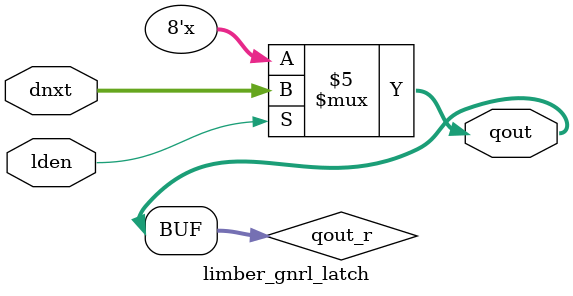
<source format=v>
`timescale 1ns / 1ps

module limber_gnrl_latch # (
    parameter DW = 8
)(
    input               lden,
    input   [DW-1:0]    dnxt,
    output  [DW-1:0]    qout
);

    reg [DW-1:0] qout_r = {DW{1'b0}};
    initial qout_r = 0;

    always @(*) begin : LATCH_PROC
        if(lden == 1'b1)
            qout_r <= dnxt;
    end

    assign qout = qout_r;

endmodule
</source>
